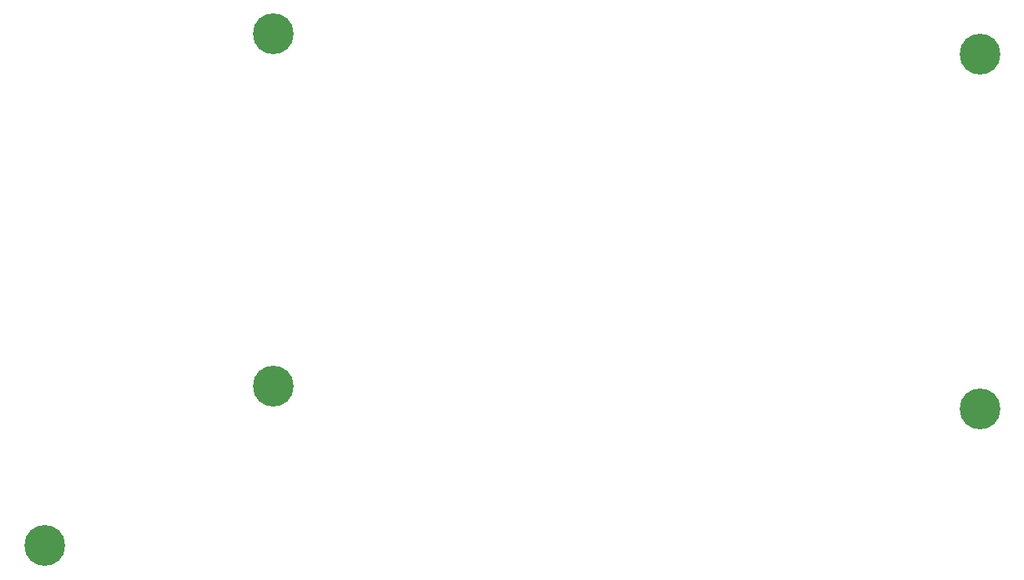
<source format=gts>
G04 #@! TF.GenerationSoftware,KiCad,Pcbnew,7.0.10*
G04 #@! TF.CreationDate,2024-04-22T20:11:16+02:00*
G04 #@! TF.ProjectId,Lily58_Pro_TOP,4c696c79-3538-45f5-9072-6f5f544f502e,rev?*
G04 #@! TF.SameCoordinates,Original*
G04 #@! TF.FileFunction,Soldermask,Top*
G04 #@! TF.FilePolarity,Negative*
%FSLAX46Y46*%
G04 Gerber Fmt 4.6, Leading zero omitted, Abs format (unit mm)*
G04 Created by KiCad (PCBNEW 7.0.10) date 2024-04-22 20:11:16*
%MOMM*%
%LPD*%
G01*
G04 APERTURE LIST*
%ADD10C,4.400000*%
G04 APERTURE END LIST*
D10*
X129600000Y-57700000D03*
X205800000Y-59900000D03*
X205800000Y-98100000D03*
X129600000Y-95700000D03*
X105000000Y-112900000D03*
M02*

</source>
